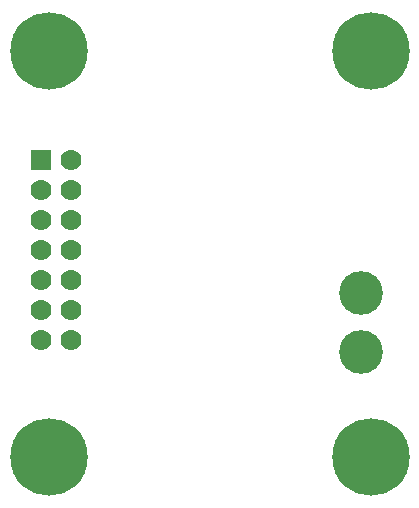
<source format=gbs>
%FSLAX24Y24*%
%MOIN*%
%SFA1B1*%

%IPPOS*%
%ADD39C,0.070000*%
%ADD40R,0.070000X0.070000*%
%ADD41C,0.145800*%
%ADD42C,0.258000*%
%LNpcb-1*%
%LPD*%
G54D39*
X10800Y17950D03*
Y16950D03*
X11800Y17950D03*
X10800Y12950D03*
X11800D03*
X10800Y13950D03*
X11800D03*
X10800Y14950D03*
X11800D03*
X10800Y15950D03*
X11800D03*
Y16950D03*
Y18950D03*
G54D40*
X10800Y18950D03*
G54D41*
X21450Y12550D03*
Y14519D03*
G54D42*
X11050Y9050D03*
X21785D03*
Y22600D03*
X11050D03*
M02*
</source>
